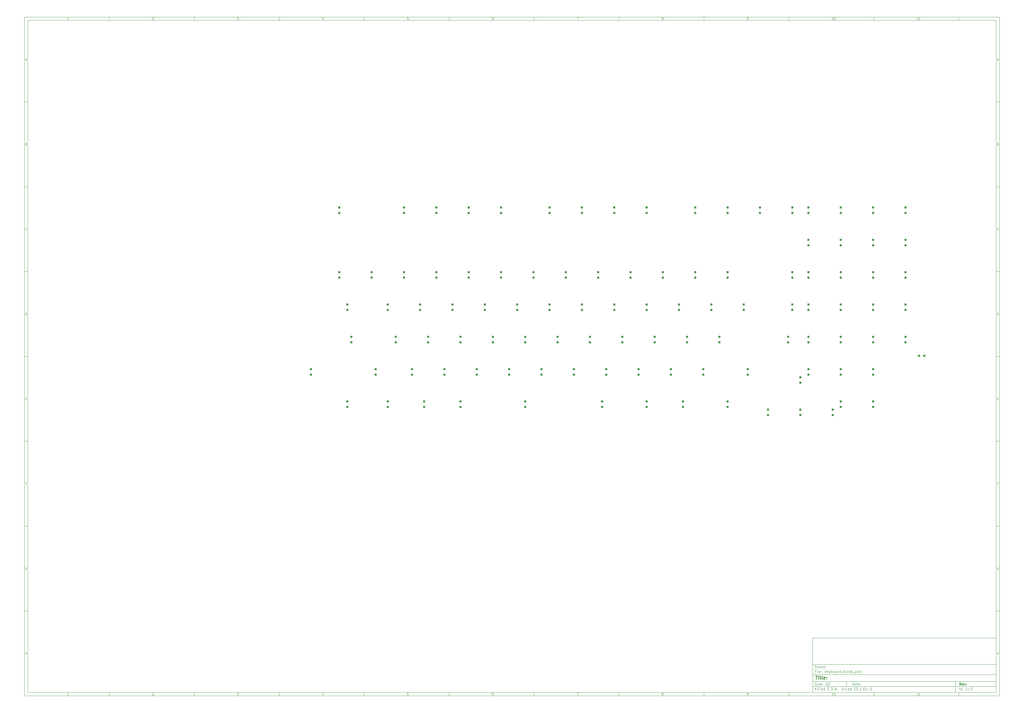
<source format=gbr>
G04 #@! TF.GenerationSoftware,KiCad,Pcbnew,(5.1.6)-1*
G04 #@! TF.CreationDate,2020-10-04T22:42:35-04:00*
G04 #@! TF.ProjectId,keyboard,6b657962-6f61-4726-942e-6b696361645f,rev?*
G04 #@! TF.SameCoordinates,Original*
G04 #@! TF.FileFunction,Paste,Top*
G04 #@! TF.FilePolarity,Positive*
%FSLAX46Y46*%
G04 Gerber Fmt 4.6, Leading zero omitted, Abs format (unit mm)*
G04 Created by KiCad (PCBNEW (5.1.6)-1) date 2020-10-04 22:42:35*
%MOMM*%
%LPD*%
G01*
G04 APERTURE LIST*
%ADD10C,0.100000*%
%ADD11C,0.150000*%
%ADD12C,0.300000*%
%ADD13C,0.400000*%
%ADD14R,1.200000X1.200000*%
G04 APERTURE END LIST*
D10*
D11*
X474004400Y-375989000D02*
X474004400Y-407989000D01*
X582004400Y-407989000D01*
X582004400Y-375989000D01*
X474004400Y-375989000D01*
D10*
D11*
X10000000Y-10000000D02*
X10000000Y-409989000D01*
X584004400Y-409989000D01*
X584004400Y-10000000D01*
X10000000Y-10000000D01*
D10*
D11*
X12000000Y-12000000D02*
X12000000Y-407989000D01*
X582004400Y-407989000D01*
X582004400Y-12000000D01*
X12000000Y-12000000D01*
D10*
D11*
X60000000Y-12000000D02*
X60000000Y-10000000D01*
D10*
D11*
X110000000Y-12000000D02*
X110000000Y-10000000D01*
D10*
D11*
X160000000Y-12000000D02*
X160000000Y-10000000D01*
D10*
D11*
X210000000Y-12000000D02*
X210000000Y-10000000D01*
D10*
D11*
X260000000Y-12000000D02*
X260000000Y-10000000D01*
D10*
D11*
X310000000Y-12000000D02*
X310000000Y-10000000D01*
D10*
D11*
X360000000Y-12000000D02*
X360000000Y-10000000D01*
D10*
D11*
X410000000Y-12000000D02*
X410000000Y-10000000D01*
D10*
D11*
X460000000Y-12000000D02*
X460000000Y-10000000D01*
D10*
D11*
X510000000Y-12000000D02*
X510000000Y-10000000D01*
D10*
D11*
X560000000Y-12000000D02*
X560000000Y-10000000D01*
D10*
D11*
X36065476Y-11588095D02*
X35322619Y-11588095D01*
X35694047Y-11588095D02*
X35694047Y-10288095D01*
X35570238Y-10473809D01*
X35446428Y-10597619D01*
X35322619Y-10659523D01*
D10*
D11*
X85322619Y-10411904D02*
X85384523Y-10350000D01*
X85508333Y-10288095D01*
X85817857Y-10288095D01*
X85941666Y-10350000D01*
X86003571Y-10411904D01*
X86065476Y-10535714D01*
X86065476Y-10659523D01*
X86003571Y-10845238D01*
X85260714Y-11588095D01*
X86065476Y-11588095D01*
D10*
D11*
X135260714Y-10288095D02*
X136065476Y-10288095D01*
X135632142Y-10783333D01*
X135817857Y-10783333D01*
X135941666Y-10845238D01*
X136003571Y-10907142D01*
X136065476Y-11030952D01*
X136065476Y-11340476D01*
X136003571Y-11464285D01*
X135941666Y-11526190D01*
X135817857Y-11588095D01*
X135446428Y-11588095D01*
X135322619Y-11526190D01*
X135260714Y-11464285D01*
D10*
D11*
X185941666Y-10721428D02*
X185941666Y-11588095D01*
X185632142Y-10226190D02*
X185322619Y-11154761D01*
X186127380Y-11154761D01*
D10*
D11*
X236003571Y-10288095D02*
X235384523Y-10288095D01*
X235322619Y-10907142D01*
X235384523Y-10845238D01*
X235508333Y-10783333D01*
X235817857Y-10783333D01*
X235941666Y-10845238D01*
X236003571Y-10907142D01*
X236065476Y-11030952D01*
X236065476Y-11340476D01*
X236003571Y-11464285D01*
X235941666Y-11526190D01*
X235817857Y-11588095D01*
X235508333Y-11588095D01*
X235384523Y-11526190D01*
X235322619Y-11464285D01*
D10*
D11*
X285941666Y-10288095D02*
X285694047Y-10288095D01*
X285570238Y-10350000D01*
X285508333Y-10411904D01*
X285384523Y-10597619D01*
X285322619Y-10845238D01*
X285322619Y-11340476D01*
X285384523Y-11464285D01*
X285446428Y-11526190D01*
X285570238Y-11588095D01*
X285817857Y-11588095D01*
X285941666Y-11526190D01*
X286003571Y-11464285D01*
X286065476Y-11340476D01*
X286065476Y-11030952D01*
X286003571Y-10907142D01*
X285941666Y-10845238D01*
X285817857Y-10783333D01*
X285570238Y-10783333D01*
X285446428Y-10845238D01*
X285384523Y-10907142D01*
X285322619Y-11030952D01*
D10*
D11*
X335260714Y-10288095D02*
X336127380Y-10288095D01*
X335570238Y-11588095D01*
D10*
D11*
X385570238Y-10845238D02*
X385446428Y-10783333D01*
X385384523Y-10721428D01*
X385322619Y-10597619D01*
X385322619Y-10535714D01*
X385384523Y-10411904D01*
X385446428Y-10350000D01*
X385570238Y-10288095D01*
X385817857Y-10288095D01*
X385941666Y-10350000D01*
X386003571Y-10411904D01*
X386065476Y-10535714D01*
X386065476Y-10597619D01*
X386003571Y-10721428D01*
X385941666Y-10783333D01*
X385817857Y-10845238D01*
X385570238Y-10845238D01*
X385446428Y-10907142D01*
X385384523Y-10969047D01*
X385322619Y-11092857D01*
X385322619Y-11340476D01*
X385384523Y-11464285D01*
X385446428Y-11526190D01*
X385570238Y-11588095D01*
X385817857Y-11588095D01*
X385941666Y-11526190D01*
X386003571Y-11464285D01*
X386065476Y-11340476D01*
X386065476Y-11092857D01*
X386003571Y-10969047D01*
X385941666Y-10907142D01*
X385817857Y-10845238D01*
D10*
D11*
X435446428Y-11588095D02*
X435694047Y-11588095D01*
X435817857Y-11526190D01*
X435879761Y-11464285D01*
X436003571Y-11278571D01*
X436065476Y-11030952D01*
X436065476Y-10535714D01*
X436003571Y-10411904D01*
X435941666Y-10350000D01*
X435817857Y-10288095D01*
X435570238Y-10288095D01*
X435446428Y-10350000D01*
X435384523Y-10411904D01*
X435322619Y-10535714D01*
X435322619Y-10845238D01*
X435384523Y-10969047D01*
X435446428Y-11030952D01*
X435570238Y-11092857D01*
X435817857Y-11092857D01*
X435941666Y-11030952D01*
X436003571Y-10969047D01*
X436065476Y-10845238D01*
D10*
D11*
X486065476Y-11588095D02*
X485322619Y-11588095D01*
X485694047Y-11588095D02*
X485694047Y-10288095D01*
X485570238Y-10473809D01*
X485446428Y-10597619D01*
X485322619Y-10659523D01*
X486870238Y-10288095D02*
X486994047Y-10288095D01*
X487117857Y-10350000D01*
X487179761Y-10411904D01*
X487241666Y-10535714D01*
X487303571Y-10783333D01*
X487303571Y-11092857D01*
X487241666Y-11340476D01*
X487179761Y-11464285D01*
X487117857Y-11526190D01*
X486994047Y-11588095D01*
X486870238Y-11588095D01*
X486746428Y-11526190D01*
X486684523Y-11464285D01*
X486622619Y-11340476D01*
X486560714Y-11092857D01*
X486560714Y-10783333D01*
X486622619Y-10535714D01*
X486684523Y-10411904D01*
X486746428Y-10350000D01*
X486870238Y-10288095D01*
D10*
D11*
X536065476Y-11588095D02*
X535322619Y-11588095D01*
X535694047Y-11588095D02*
X535694047Y-10288095D01*
X535570238Y-10473809D01*
X535446428Y-10597619D01*
X535322619Y-10659523D01*
X537303571Y-11588095D02*
X536560714Y-11588095D01*
X536932142Y-11588095D02*
X536932142Y-10288095D01*
X536808333Y-10473809D01*
X536684523Y-10597619D01*
X536560714Y-10659523D01*
D10*
D11*
X60000000Y-407989000D02*
X60000000Y-409989000D01*
D10*
D11*
X110000000Y-407989000D02*
X110000000Y-409989000D01*
D10*
D11*
X160000000Y-407989000D02*
X160000000Y-409989000D01*
D10*
D11*
X210000000Y-407989000D02*
X210000000Y-409989000D01*
D10*
D11*
X260000000Y-407989000D02*
X260000000Y-409989000D01*
D10*
D11*
X310000000Y-407989000D02*
X310000000Y-409989000D01*
D10*
D11*
X360000000Y-407989000D02*
X360000000Y-409989000D01*
D10*
D11*
X410000000Y-407989000D02*
X410000000Y-409989000D01*
D10*
D11*
X460000000Y-407989000D02*
X460000000Y-409989000D01*
D10*
D11*
X510000000Y-407989000D02*
X510000000Y-409989000D01*
D10*
D11*
X560000000Y-407989000D02*
X560000000Y-409989000D01*
D10*
D11*
X36065476Y-409577095D02*
X35322619Y-409577095D01*
X35694047Y-409577095D02*
X35694047Y-408277095D01*
X35570238Y-408462809D01*
X35446428Y-408586619D01*
X35322619Y-408648523D01*
D10*
D11*
X85322619Y-408400904D02*
X85384523Y-408339000D01*
X85508333Y-408277095D01*
X85817857Y-408277095D01*
X85941666Y-408339000D01*
X86003571Y-408400904D01*
X86065476Y-408524714D01*
X86065476Y-408648523D01*
X86003571Y-408834238D01*
X85260714Y-409577095D01*
X86065476Y-409577095D01*
D10*
D11*
X135260714Y-408277095D02*
X136065476Y-408277095D01*
X135632142Y-408772333D01*
X135817857Y-408772333D01*
X135941666Y-408834238D01*
X136003571Y-408896142D01*
X136065476Y-409019952D01*
X136065476Y-409329476D01*
X136003571Y-409453285D01*
X135941666Y-409515190D01*
X135817857Y-409577095D01*
X135446428Y-409577095D01*
X135322619Y-409515190D01*
X135260714Y-409453285D01*
D10*
D11*
X185941666Y-408710428D02*
X185941666Y-409577095D01*
X185632142Y-408215190D02*
X185322619Y-409143761D01*
X186127380Y-409143761D01*
D10*
D11*
X236003571Y-408277095D02*
X235384523Y-408277095D01*
X235322619Y-408896142D01*
X235384523Y-408834238D01*
X235508333Y-408772333D01*
X235817857Y-408772333D01*
X235941666Y-408834238D01*
X236003571Y-408896142D01*
X236065476Y-409019952D01*
X236065476Y-409329476D01*
X236003571Y-409453285D01*
X235941666Y-409515190D01*
X235817857Y-409577095D01*
X235508333Y-409577095D01*
X235384523Y-409515190D01*
X235322619Y-409453285D01*
D10*
D11*
X285941666Y-408277095D02*
X285694047Y-408277095D01*
X285570238Y-408339000D01*
X285508333Y-408400904D01*
X285384523Y-408586619D01*
X285322619Y-408834238D01*
X285322619Y-409329476D01*
X285384523Y-409453285D01*
X285446428Y-409515190D01*
X285570238Y-409577095D01*
X285817857Y-409577095D01*
X285941666Y-409515190D01*
X286003571Y-409453285D01*
X286065476Y-409329476D01*
X286065476Y-409019952D01*
X286003571Y-408896142D01*
X285941666Y-408834238D01*
X285817857Y-408772333D01*
X285570238Y-408772333D01*
X285446428Y-408834238D01*
X285384523Y-408896142D01*
X285322619Y-409019952D01*
D10*
D11*
X335260714Y-408277095D02*
X336127380Y-408277095D01*
X335570238Y-409577095D01*
D10*
D11*
X385570238Y-408834238D02*
X385446428Y-408772333D01*
X385384523Y-408710428D01*
X385322619Y-408586619D01*
X385322619Y-408524714D01*
X385384523Y-408400904D01*
X385446428Y-408339000D01*
X385570238Y-408277095D01*
X385817857Y-408277095D01*
X385941666Y-408339000D01*
X386003571Y-408400904D01*
X386065476Y-408524714D01*
X386065476Y-408586619D01*
X386003571Y-408710428D01*
X385941666Y-408772333D01*
X385817857Y-408834238D01*
X385570238Y-408834238D01*
X385446428Y-408896142D01*
X385384523Y-408958047D01*
X385322619Y-409081857D01*
X385322619Y-409329476D01*
X385384523Y-409453285D01*
X385446428Y-409515190D01*
X385570238Y-409577095D01*
X385817857Y-409577095D01*
X385941666Y-409515190D01*
X386003571Y-409453285D01*
X386065476Y-409329476D01*
X386065476Y-409081857D01*
X386003571Y-408958047D01*
X385941666Y-408896142D01*
X385817857Y-408834238D01*
D10*
D11*
X435446428Y-409577095D02*
X435694047Y-409577095D01*
X435817857Y-409515190D01*
X435879761Y-409453285D01*
X436003571Y-409267571D01*
X436065476Y-409019952D01*
X436065476Y-408524714D01*
X436003571Y-408400904D01*
X435941666Y-408339000D01*
X435817857Y-408277095D01*
X435570238Y-408277095D01*
X435446428Y-408339000D01*
X435384523Y-408400904D01*
X435322619Y-408524714D01*
X435322619Y-408834238D01*
X435384523Y-408958047D01*
X435446428Y-409019952D01*
X435570238Y-409081857D01*
X435817857Y-409081857D01*
X435941666Y-409019952D01*
X436003571Y-408958047D01*
X436065476Y-408834238D01*
D10*
D11*
X486065476Y-409577095D02*
X485322619Y-409577095D01*
X485694047Y-409577095D02*
X485694047Y-408277095D01*
X485570238Y-408462809D01*
X485446428Y-408586619D01*
X485322619Y-408648523D01*
X486870238Y-408277095D02*
X486994047Y-408277095D01*
X487117857Y-408339000D01*
X487179761Y-408400904D01*
X487241666Y-408524714D01*
X487303571Y-408772333D01*
X487303571Y-409081857D01*
X487241666Y-409329476D01*
X487179761Y-409453285D01*
X487117857Y-409515190D01*
X486994047Y-409577095D01*
X486870238Y-409577095D01*
X486746428Y-409515190D01*
X486684523Y-409453285D01*
X486622619Y-409329476D01*
X486560714Y-409081857D01*
X486560714Y-408772333D01*
X486622619Y-408524714D01*
X486684523Y-408400904D01*
X486746428Y-408339000D01*
X486870238Y-408277095D01*
D10*
D11*
X536065476Y-409577095D02*
X535322619Y-409577095D01*
X535694047Y-409577095D02*
X535694047Y-408277095D01*
X535570238Y-408462809D01*
X535446428Y-408586619D01*
X535322619Y-408648523D01*
X537303571Y-409577095D02*
X536560714Y-409577095D01*
X536932142Y-409577095D02*
X536932142Y-408277095D01*
X536808333Y-408462809D01*
X536684523Y-408586619D01*
X536560714Y-408648523D01*
D10*
D11*
X10000000Y-60000000D02*
X12000000Y-60000000D01*
D10*
D11*
X10000000Y-110000000D02*
X12000000Y-110000000D01*
D10*
D11*
X10000000Y-160000000D02*
X12000000Y-160000000D01*
D10*
D11*
X10000000Y-210000000D02*
X12000000Y-210000000D01*
D10*
D11*
X10000000Y-260000000D02*
X12000000Y-260000000D01*
D10*
D11*
X10000000Y-310000000D02*
X12000000Y-310000000D01*
D10*
D11*
X10000000Y-360000000D02*
X12000000Y-360000000D01*
D10*
D11*
X10690476Y-35216666D02*
X11309523Y-35216666D01*
X10566666Y-35588095D02*
X11000000Y-34288095D01*
X11433333Y-35588095D01*
D10*
D11*
X11092857Y-84907142D02*
X11278571Y-84969047D01*
X11340476Y-85030952D01*
X11402380Y-85154761D01*
X11402380Y-85340476D01*
X11340476Y-85464285D01*
X11278571Y-85526190D01*
X11154761Y-85588095D01*
X10659523Y-85588095D01*
X10659523Y-84288095D01*
X11092857Y-84288095D01*
X11216666Y-84350000D01*
X11278571Y-84411904D01*
X11340476Y-84535714D01*
X11340476Y-84659523D01*
X11278571Y-84783333D01*
X11216666Y-84845238D01*
X11092857Y-84907142D01*
X10659523Y-84907142D01*
D10*
D11*
X11402380Y-135464285D02*
X11340476Y-135526190D01*
X11154761Y-135588095D01*
X11030952Y-135588095D01*
X10845238Y-135526190D01*
X10721428Y-135402380D01*
X10659523Y-135278571D01*
X10597619Y-135030952D01*
X10597619Y-134845238D01*
X10659523Y-134597619D01*
X10721428Y-134473809D01*
X10845238Y-134350000D01*
X11030952Y-134288095D01*
X11154761Y-134288095D01*
X11340476Y-134350000D01*
X11402380Y-134411904D01*
D10*
D11*
X10659523Y-185588095D02*
X10659523Y-184288095D01*
X10969047Y-184288095D01*
X11154761Y-184350000D01*
X11278571Y-184473809D01*
X11340476Y-184597619D01*
X11402380Y-184845238D01*
X11402380Y-185030952D01*
X11340476Y-185278571D01*
X11278571Y-185402380D01*
X11154761Y-185526190D01*
X10969047Y-185588095D01*
X10659523Y-185588095D01*
D10*
D11*
X10721428Y-234907142D02*
X11154761Y-234907142D01*
X11340476Y-235588095D02*
X10721428Y-235588095D01*
X10721428Y-234288095D01*
X11340476Y-234288095D01*
D10*
D11*
X11185714Y-284907142D02*
X10752380Y-284907142D01*
X10752380Y-285588095D02*
X10752380Y-284288095D01*
X11371428Y-284288095D01*
D10*
D11*
X11340476Y-334350000D02*
X11216666Y-334288095D01*
X11030952Y-334288095D01*
X10845238Y-334350000D01*
X10721428Y-334473809D01*
X10659523Y-334597619D01*
X10597619Y-334845238D01*
X10597619Y-335030952D01*
X10659523Y-335278571D01*
X10721428Y-335402380D01*
X10845238Y-335526190D01*
X11030952Y-335588095D01*
X11154761Y-335588095D01*
X11340476Y-335526190D01*
X11402380Y-335464285D01*
X11402380Y-335030952D01*
X11154761Y-335030952D01*
D10*
D11*
X10628571Y-385588095D02*
X10628571Y-384288095D01*
X10628571Y-384907142D02*
X11371428Y-384907142D01*
X11371428Y-385588095D02*
X11371428Y-384288095D01*
D10*
D11*
X584004400Y-60000000D02*
X582004400Y-60000000D01*
D10*
D11*
X584004400Y-110000000D02*
X582004400Y-110000000D01*
D10*
D11*
X584004400Y-160000000D02*
X582004400Y-160000000D01*
D10*
D11*
X584004400Y-210000000D02*
X582004400Y-210000000D01*
D10*
D11*
X584004400Y-260000000D02*
X582004400Y-260000000D01*
D10*
D11*
X584004400Y-310000000D02*
X582004400Y-310000000D01*
D10*
D11*
X584004400Y-360000000D02*
X582004400Y-360000000D01*
D10*
D11*
X582694876Y-35216666D02*
X583313923Y-35216666D01*
X582571066Y-35588095D02*
X583004400Y-34288095D01*
X583437733Y-35588095D01*
D10*
D11*
X583097257Y-84907142D02*
X583282971Y-84969047D01*
X583344876Y-85030952D01*
X583406780Y-85154761D01*
X583406780Y-85340476D01*
X583344876Y-85464285D01*
X583282971Y-85526190D01*
X583159161Y-85588095D01*
X582663923Y-85588095D01*
X582663923Y-84288095D01*
X583097257Y-84288095D01*
X583221066Y-84350000D01*
X583282971Y-84411904D01*
X583344876Y-84535714D01*
X583344876Y-84659523D01*
X583282971Y-84783333D01*
X583221066Y-84845238D01*
X583097257Y-84907142D01*
X582663923Y-84907142D01*
D10*
D11*
X583406780Y-135464285D02*
X583344876Y-135526190D01*
X583159161Y-135588095D01*
X583035352Y-135588095D01*
X582849638Y-135526190D01*
X582725828Y-135402380D01*
X582663923Y-135278571D01*
X582602019Y-135030952D01*
X582602019Y-134845238D01*
X582663923Y-134597619D01*
X582725828Y-134473809D01*
X582849638Y-134350000D01*
X583035352Y-134288095D01*
X583159161Y-134288095D01*
X583344876Y-134350000D01*
X583406780Y-134411904D01*
D10*
D11*
X582663923Y-185588095D02*
X582663923Y-184288095D01*
X582973447Y-184288095D01*
X583159161Y-184350000D01*
X583282971Y-184473809D01*
X583344876Y-184597619D01*
X583406780Y-184845238D01*
X583406780Y-185030952D01*
X583344876Y-185278571D01*
X583282971Y-185402380D01*
X583159161Y-185526190D01*
X582973447Y-185588095D01*
X582663923Y-185588095D01*
D10*
D11*
X582725828Y-234907142D02*
X583159161Y-234907142D01*
X583344876Y-235588095D02*
X582725828Y-235588095D01*
X582725828Y-234288095D01*
X583344876Y-234288095D01*
D10*
D11*
X583190114Y-284907142D02*
X582756780Y-284907142D01*
X582756780Y-285588095D02*
X582756780Y-284288095D01*
X583375828Y-284288095D01*
D10*
D11*
X583344876Y-334350000D02*
X583221066Y-334288095D01*
X583035352Y-334288095D01*
X582849638Y-334350000D01*
X582725828Y-334473809D01*
X582663923Y-334597619D01*
X582602019Y-334845238D01*
X582602019Y-335030952D01*
X582663923Y-335278571D01*
X582725828Y-335402380D01*
X582849638Y-335526190D01*
X583035352Y-335588095D01*
X583159161Y-335588095D01*
X583344876Y-335526190D01*
X583406780Y-335464285D01*
X583406780Y-335030952D01*
X583159161Y-335030952D01*
D10*
D11*
X582632971Y-385588095D02*
X582632971Y-384288095D01*
X582632971Y-384907142D02*
X583375828Y-384907142D01*
X583375828Y-385588095D02*
X583375828Y-384288095D01*
D10*
D11*
X497436542Y-403767571D02*
X497436542Y-402267571D01*
X497793685Y-402267571D01*
X498007971Y-402339000D01*
X498150828Y-402481857D01*
X498222257Y-402624714D01*
X498293685Y-402910428D01*
X498293685Y-403124714D01*
X498222257Y-403410428D01*
X498150828Y-403553285D01*
X498007971Y-403696142D01*
X497793685Y-403767571D01*
X497436542Y-403767571D01*
X499579400Y-403767571D02*
X499579400Y-402981857D01*
X499507971Y-402839000D01*
X499365114Y-402767571D01*
X499079400Y-402767571D01*
X498936542Y-402839000D01*
X499579400Y-403696142D02*
X499436542Y-403767571D01*
X499079400Y-403767571D01*
X498936542Y-403696142D01*
X498865114Y-403553285D01*
X498865114Y-403410428D01*
X498936542Y-403267571D01*
X499079400Y-403196142D01*
X499436542Y-403196142D01*
X499579400Y-403124714D01*
X500079400Y-402767571D02*
X500650828Y-402767571D01*
X500293685Y-402267571D02*
X500293685Y-403553285D01*
X500365114Y-403696142D01*
X500507971Y-403767571D01*
X500650828Y-403767571D01*
X501722257Y-403696142D02*
X501579400Y-403767571D01*
X501293685Y-403767571D01*
X501150828Y-403696142D01*
X501079400Y-403553285D01*
X501079400Y-402981857D01*
X501150828Y-402839000D01*
X501293685Y-402767571D01*
X501579400Y-402767571D01*
X501722257Y-402839000D01*
X501793685Y-402981857D01*
X501793685Y-403124714D01*
X501079400Y-403267571D01*
X502436542Y-403624714D02*
X502507971Y-403696142D01*
X502436542Y-403767571D01*
X502365114Y-403696142D01*
X502436542Y-403624714D01*
X502436542Y-403767571D01*
X502436542Y-402839000D02*
X502507971Y-402910428D01*
X502436542Y-402981857D01*
X502365114Y-402910428D01*
X502436542Y-402839000D01*
X502436542Y-402981857D01*
D10*
D11*
X474004400Y-404489000D02*
X582004400Y-404489000D01*
D10*
D11*
X475436542Y-406567571D02*
X475436542Y-405067571D01*
X476293685Y-406567571D02*
X475650828Y-405710428D01*
X476293685Y-405067571D02*
X475436542Y-405924714D01*
X476936542Y-406567571D02*
X476936542Y-405567571D01*
X476936542Y-405067571D02*
X476865114Y-405139000D01*
X476936542Y-405210428D01*
X477007971Y-405139000D01*
X476936542Y-405067571D01*
X476936542Y-405210428D01*
X478507971Y-406424714D02*
X478436542Y-406496142D01*
X478222257Y-406567571D01*
X478079400Y-406567571D01*
X477865114Y-406496142D01*
X477722257Y-406353285D01*
X477650828Y-406210428D01*
X477579400Y-405924714D01*
X477579400Y-405710428D01*
X477650828Y-405424714D01*
X477722257Y-405281857D01*
X477865114Y-405139000D01*
X478079400Y-405067571D01*
X478222257Y-405067571D01*
X478436542Y-405139000D01*
X478507971Y-405210428D01*
X479793685Y-406567571D02*
X479793685Y-405781857D01*
X479722257Y-405639000D01*
X479579400Y-405567571D01*
X479293685Y-405567571D01*
X479150828Y-405639000D01*
X479793685Y-406496142D02*
X479650828Y-406567571D01*
X479293685Y-406567571D01*
X479150828Y-406496142D01*
X479079400Y-406353285D01*
X479079400Y-406210428D01*
X479150828Y-406067571D01*
X479293685Y-405996142D01*
X479650828Y-405996142D01*
X479793685Y-405924714D01*
X481150828Y-406567571D02*
X481150828Y-405067571D01*
X481150828Y-406496142D02*
X481007971Y-406567571D01*
X480722257Y-406567571D01*
X480579400Y-406496142D01*
X480507971Y-406424714D01*
X480436542Y-406281857D01*
X480436542Y-405853285D01*
X480507971Y-405710428D01*
X480579400Y-405639000D01*
X480722257Y-405567571D01*
X481007971Y-405567571D01*
X481150828Y-405639000D01*
X483007971Y-405781857D02*
X483507971Y-405781857D01*
X483722257Y-406567571D02*
X483007971Y-406567571D01*
X483007971Y-405067571D01*
X483722257Y-405067571D01*
X484365114Y-406424714D02*
X484436542Y-406496142D01*
X484365114Y-406567571D01*
X484293685Y-406496142D01*
X484365114Y-406424714D01*
X484365114Y-406567571D01*
X485079400Y-406567571D02*
X485079400Y-405067571D01*
X485436542Y-405067571D01*
X485650828Y-405139000D01*
X485793685Y-405281857D01*
X485865114Y-405424714D01*
X485936542Y-405710428D01*
X485936542Y-405924714D01*
X485865114Y-406210428D01*
X485793685Y-406353285D01*
X485650828Y-406496142D01*
X485436542Y-406567571D01*
X485079400Y-406567571D01*
X486579400Y-406424714D02*
X486650828Y-406496142D01*
X486579400Y-406567571D01*
X486507971Y-406496142D01*
X486579400Y-406424714D01*
X486579400Y-406567571D01*
X487222257Y-406139000D02*
X487936542Y-406139000D01*
X487079400Y-406567571D02*
X487579400Y-405067571D01*
X488079400Y-406567571D01*
X488579400Y-406424714D02*
X488650828Y-406496142D01*
X488579400Y-406567571D01*
X488507971Y-406496142D01*
X488579400Y-406424714D01*
X488579400Y-406567571D01*
X491579400Y-406567571D02*
X491579400Y-405067571D01*
X491722257Y-405996142D02*
X492150828Y-406567571D01*
X492150828Y-405567571D02*
X491579400Y-406139000D01*
X492793685Y-406567571D02*
X492793685Y-405567571D01*
X492793685Y-405067571D02*
X492722257Y-405139000D01*
X492793685Y-405210428D01*
X492865114Y-405139000D01*
X492793685Y-405067571D01*
X492793685Y-405210428D01*
X494150828Y-406496142D02*
X494007971Y-406567571D01*
X493722257Y-406567571D01*
X493579400Y-406496142D01*
X493507971Y-406424714D01*
X493436542Y-406281857D01*
X493436542Y-405853285D01*
X493507971Y-405710428D01*
X493579400Y-405639000D01*
X493722257Y-405567571D01*
X494007971Y-405567571D01*
X494150828Y-405639000D01*
X495436542Y-406567571D02*
X495436542Y-405781857D01*
X495365114Y-405639000D01*
X495222257Y-405567571D01*
X494936542Y-405567571D01*
X494793685Y-405639000D01*
X495436542Y-406496142D02*
X495293685Y-406567571D01*
X494936542Y-406567571D01*
X494793685Y-406496142D01*
X494722257Y-406353285D01*
X494722257Y-406210428D01*
X494793685Y-406067571D01*
X494936542Y-405996142D01*
X495293685Y-405996142D01*
X495436542Y-405924714D01*
X496793685Y-406567571D02*
X496793685Y-405067571D01*
X496793685Y-406496142D02*
X496650828Y-406567571D01*
X496365114Y-406567571D01*
X496222257Y-406496142D01*
X496150828Y-406424714D01*
X496079400Y-406281857D01*
X496079400Y-405853285D01*
X496150828Y-405710428D01*
X496222257Y-405639000D01*
X496365114Y-405567571D01*
X496650828Y-405567571D01*
X496793685Y-405639000D01*
X499079400Y-407139000D02*
X499007971Y-407067571D01*
X498865114Y-406853285D01*
X498793685Y-406710428D01*
X498722257Y-406496142D01*
X498650828Y-406139000D01*
X498650828Y-405853285D01*
X498722257Y-405496142D01*
X498793685Y-405281857D01*
X498865114Y-405139000D01*
X499007971Y-404924714D01*
X499079400Y-404853285D01*
X500365114Y-405067571D02*
X499650828Y-405067571D01*
X499579400Y-405781857D01*
X499650828Y-405710428D01*
X499793685Y-405639000D01*
X500150828Y-405639000D01*
X500293685Y-405710428D01*
X500365114Y-405781857D01*
X500436542Y-405924714D01*
X500436542Y-406281857D01*
X500365114Y-406424714D01*
X500293685Y-406496142D01*
X500150828Y-406567571D01*
X499793685Y-406567571D01*
X499650828Y-406496142D01*
X499579400Y-406424714D01*
X501079400Y-406424714D02*
X501150828Y-406496142D01*
X501079400Y-406567571D01*
X501007971Y-406496142D01*
X501079400Y-406424714D01*
X501079400Y-406567571D01*
X502579400Y-406567571D02*
X501722257Y-406567571D01*
X502150828Y-406567571D02*
X502150828Y-405067571D01*
X502007971Y-405281857D01*
X501865114Y-405424714D01*
X501722257Y-405496142D01*
X503222257Y-406424714D02*
X503293685Y-406496142D01*
X503222257Y-406567571D01*
X503150828Y-406496142D01*
X503222257Y-406424714D01*
X503222257Y-406567571D01*
X504579400Y-405067571D02*
X504293685Y-405067571D01*
X504150828Y-405139000D01*
X504079400Y-405210428D01*
X503936542Y-405424714D01*
X503865114Y-405710428D01*
X503865114Y-406281857D01*
X503936542Y-406424714D01*
X504007971Y-406496142D01*
X504150828Y-406567571D01*
X504436542Y-406567571D01*
X504579400Y-406496142D01*
X504650828Y-406424714D01*
X504722257Y-406281857D01*
X504722257Y-405924714D01*
X504650828Y-405781857D01*
X504579400Y-405710428D01*
X504436542Y-405639000D01*
X504150828Y-405639000D01*
X504007971Y-405710428D01*
X503936542Y-405781857D01*
X503865114Y-405924714D01*
X505222257Y-407139000D02*
X505293685Y-407067571D01*
X505436542Y-406853285D01*
X505507971Y-406710428D01*
X505579400Y-406496142D01*
X505650828Y-406139000D01*
X505650828Y-405853285D01*
X505579400Y-405496142D01*
X505507971Y-405281857D01*
X505436542Y-405139000D01*
X505293685Y-404924714D01*
X505222257Y-404853285D01*
X506365114Y-405996142D02*
X507507971Y-405996142D01*
X509007971Y-406567571D02*
X508150828Y-406567571D01*
X508579400Y-406567571D02*
X508579400Y-405067571D01*
X508436542Y-405281857D01*
X508293685Y-405424714D01*
X508150828Y-405496142D01*
D10*
D11*
X474004400Y-401489000D02*
X582004400Y-401489000D01*
D10*
D12*
X561413685Y-403767571D02*
X560913685Y-403053285D01*
X560556542Y-403767571D02*
X560556542Y-402267571D01*
X561127971Y-402267571D01*
X561270828Y-402339000D01*
X561342257Y-402410428D01*
X561413685Y-402553285D01*
X561413685Y-402767571D01*
X561342257Y-402910428D01*
X561270828Y-402981857D01*
X561127971Y-403053285D01*
X560556542Y-403053285D01*
X562627971Y-403696142D02*
X562485114Y-403767571D01*
X562199400Y-403767571D01*
X562056542Y-403696142D01*
X561985114Y-403553285D01*
X561985114Y-402981857D01*
X562056542Y-402839000D01*
X562199400Y-402767571D01*
X562485114Y-402767571D01*
X562627971Y-402839000D01*
X562699400Y-402981857D01*
X562699400Y-403124714D01*
X561985114Y-403267571D01*
X563199400Y-402767571D02*
X563556542Y-403767571D01*
X563913685Y-402767571D01*
X564485114Y-403624714D02*
X564556542Y-403696142D01*
X564485114Y-403767571D01*
X564413685Y-403696142D01*
X564485114Y-403624714D01*
X564485114Y-403767571D01*
X564485114Y-402839000D02*
X564556542Y-402910428D01*
X564485114Y-402981857D01*
X564413685Y-402910428D01*
X564485114Y-402839000D01*
X564485114Y-402981857D01*
D10*
D11*
X475365114Y-403696142D02*
X475579400Y-403767571D01*
X475936542Y-403767571D01*
X476079400Y-403696142D01*
X476150828Y-403624714D01*
X476222257Y-403481857D01*
X476222257Y-403339000D01*
X476150828Y-403196142D01*
X476079400Y-403124714D01*
X475936542Y-403053285D01*
X475650828Y-402981857D01*
X475507971Y-402910428D01*
X475436542Y-402839000D01*
X475365114Y-402696142D01*
X475365114Y-402553285D01*
X475436542Y-402410428D01*
X475507971Y-402339000D01*
X475650828Y-402267571D01*
X476007971Y-402267571D01*
X476222257Y-402339000D01*
X476865114Y-403767571D02*
X476865114Y-402767571D01*
X476865114Y-402267571D02*
X476793685Y-402339000D01*
X476865114Y-402410428D01*
X476936542Y-402339000D01*
X476865114Y-402267571D01*
X476865114Y-402410428D01*
X477436542Y-402767571D02*
X478222257Y-402767571D01*
X477436542Y-403767571D01*
X478222257Y-403767571D01*
X479365114Y-403696142D02*
X479222257Y-403767571D01*
X478936542Y-403767571D01*
X478793685Y-403696142D01*
X478722257Y-403553285D01*
X478722257Y-402981857D01*
X478793685Y-402839000D01*
X478936542Y-402767571D01*
X479222257Y-402767571D01*
X479365114Y-402839000D01*
X479436542Y-402981857D01*
X479436542Y-403124714D01*
X478722257Y-403267571D01*
X480079400Y-403624714D02*
X480150828Y-403696142D01*
X480079400Y-403767571D01*
X480007971Y-403696142D01*
X480079400Y-403624714D01*
X480079400Y-403767571D01*
X480079400Y-402839000D02*
X480150828Y-402910428D01*
X480079400Y-402981857D01*
X480007971Y-402910428D01*
X480079400Y-402839000D01*
X480079400Y-402981857D01*
X481865114Y-403339000D02*
X482579400Y-403339000D01*
X481722257Y-403767571D02*
X482222257Y-402267571D01*
X482722257Y-403767571D01*
X483150828Y-402410428D02*
X483222257Y-402339000D01*
X483365114Y-402267571D01*
X483722257Y-402267571D01*
X483865114Y-402339000D01*
X483936542Y-402410428D01*
X484007971Y-402553285D01*
X484007971Y-402696142D01*
X483936542Y-402910428D01*
X483079400Y-403767571D01*
X484007971Y-403767571D01*
D10*
D11*
X560436542Y-406567571D02*
X560436542Y-405067571D01*
X561793685Y-406567571D02*
X561793685Y-405067571D01*
X561793685Y-406496142D02*
X561650828Y-406567571D01*
X561365114Y-406567571D01*
X561222257Y-406496142D01*
X561150828Y-406424714D01*
X561079400Y-406281857D01*
X561079400Y-405853285D01*
X561150828Y-405710428D01*
X561222257Y-405639000D01*
X561365114Y-405567571D01*
X561650828Y-405567571D01*
X561793685Y-405639000D01*
X562507971Y-406424714D02*
X562579400Y-406496142D01*
X562507971Y-406567571D01*
X562436542Y-406496142D01*
X562507971Y-406424714D01*
X562507971Y-406567571D01*
X562507971Y-405639000D02*
X562579400Y-405710428D01*
X562507971Y-405781857D01*
X562436542Y-405710428D01*
X562507971Y-405639000D01*
X562507971Y-405781857D01*
X565150828Y-406567571D02*
X564293685Y-406567571D01*
X564722257Y-406567571D02*
X564722257Y-405067571D01*
X564579400Y-405281857D01*
X564436542Y-405424714D01*
X564293685Y-405496142D01*
X566865114Y-404996142D02*
X565579400Y-406924714D01*
X568150828Y-406567571D02*
X567293685Y-406567571D01*
X567722257Y-406567571D02*
X567722257Y-405067571D01*
X567579400Y-405281857D01*
X567436542Y-405424714D01*
X567293685Y-405496142D01*
D10*
D11*
X474004400Y-397489000D02*
X582004400Y-397489000D01*
D10*
D13*
X475716780Y-398193761D02*
X476859638Y-398193761D01*
X476038209Y-400193761D02*
X476288209Y-398193761D01*
X477276304Y-400193761D02*
X477442971Y-398860428D01*
X477526304Y-398193761D02*
X477419161Y-398289000D01*
X477502495Y-398384238D01*
X477609638Y-398289000D01*
X477526304Y-398193761D01*
X477502495Y-398384238D01*
X478109638Y-398860428D02*
X478871542Y-398860428D01*
X478478685Y-398193761D02*
X478264400Y-399908047D01*
X478335828Y-400098523D01*
X478514400Y-400193761D01*
X478704876Y-400193761D01*
X479657257Y-400193761D02*
X479478685Y-400098523D01*
X479407257Y-399908047D01*
X479621542Y-398193761D01*
X481192971Y-400098523D02*
X480990590Y-400193761D01*
X480609638Y-400193761D01*
X480431066Y-400098523D01*
X480359638Y-399908047D01*
X480454876Y-399146142D01*
X480573923Y-398955666D01*
X480776304Y-398860428D01*
X481157257Y-398860428D01*
X481335828Y-398955666D01*
X481407257Y-399146142D01*
X481383447Y-399336619D01*
X480407257Y-399527095D01*
X482157257Y-400003285D02*
X482240590Y-400098523D01*
X482133447Y-400193761D01*
X482050114Y-400098523D01*
X482157257Y-400003285D01*
X482133447Y-400193761D01*
X482288209Y-398955666D02*
X482371542Y-399050904D01*
X482264400Y-399146142D01*
X482181066Y-399050904D01*
X482288209Y-398955666D01*
X482264400Y-399146142D01*
D10*
D11*
X475936542Y-395581857D02*
X475436542Y-395581857D01*
X475436542Y-396367571D02*
X475436542Y-394867571D01*
X476150828Y-394867571D01*
X476722257Y-396367571D02*
X476722257Y-395367571D01*
X476722257Y-394867571D02*
X476650828Y-394939000D01*
X476722257Y-395010428D01*
X476793685Y-394939000D01*
X476722257Y-394867571D01*
X476722257Y-395010428D01*
X477650828Y-396367571D02*
X477507971Y-396296142D01*
X477436542Y-396153285D01*
X477436542Y-394867571D01*
X478793685Y-396296142D02*
X478650828Y-396367571D01*
X478365114Y-396367571D01*
X478222257Y-396296142D01*
X478150828Y-396153285D01*
X478150828Y-395581857D01*
X478222257Y-395439000D01*
X478365114Y-395367571D01*
X478650828Y-395367571D01*
X478793685Y-395439000D01*
X478865114Y-395581857D01*
X478865114Y-395724714D01*
X478150828Y-395867571D01*
X479507971Y-396224714D02*
X479579400Y-396296142D01*
X479507971Y-396367571D01*
X479436542Y-396296142D01*
X479507971Y-396224714D01*
X479507971Y-396367571D01*
X479507971Y-395439000D02*
X479579400Y-395510428D01*
X479507971Y-395581857D01*
X479436542Y-395510428D01*
X479507971Y-395439000D01*
X479507971Y-395581857D01*
X481365114Y-396367571D02*
X481365114Y-394867571D01*
X481507971Y-395796142D02*
X481936542Y-396367571D01*
X481936542Y-395367571D02*
X481365114Y-395939000D01*
X483150828Y-396296142D02*
X483007971Y-396367571D01*
X482722257Y-396367571D01*
X482579400Y-396296142D01*
X482507971Y-396153285D01*
X482507971Y-395581857D01*
X482579400Y-395439000D01*
X482722257Y-395367571D01*
X483007971Y-395367571D01*
X483150828Y-395439000D01*
X483222257Y-395581857D01*
X483222257Y-395724714D01*
X482507971Y-395867571D01*
X483722257Y-395367571D02*
X484079400Y-396367571D01*
X484436542Y-395367571D02*
X484079400Y-396367571D01*
X483936542Y-396724714D01*
X483865114Y-396796142D01*
X483722257Y-396867571D01*
X485007971Y-396367571D02*
X485007971Y-394867571D01*
X485007971Y-395439000D02*
X485150828Y-395367571D01*
X485436542Y-395367571D01*
X485579400Y-395439000D01*
X485650828Y-395510428D01*
X485722257Y-395653285D01*
X485722257Y-396081857D01*
X485650828Y-396224714D01*
X485579400Y-396296142D01*
X485436542Y-396367571D01*
X485150828Y-396367571D01*
X485007971Y-396296142D01*
X486579400Y-396367571D02*
X486436542Y-396296142D01*
X486365114Y-396224714D01*
X486293685Y-396081857D01*
X486293685Y-395653285D01*
X486365114Y-395510428D01*
X486436542Y-395439000D01*
X486579400Y-395367571D01*
X486793685Y-395367571D01*
X486936542Y-395439000D01*
X487007971Y-395510428D01*
X487079400Y-395653285D01*
X487079400Y-396081857D01*
X487007971Y-396224714D01*
X486936542Y-396296142D01*
X486793685Y-396367571D01*
X486579400Y-396367571D01*
X488365114Y-396367571D02*
X488365114Y-395581857D01*
X488293685Y-395439000D01*
X488150828Y-395367571D01*
X487865114Y-395367571D01*
X487722257Y-395439000D01*
X488365114Y-396296142D02*
X488222257Y-396367571D01*
X487865114Y-396367571D01*
X487722257Y-396296142D01*
X487650828Y-396153285D01*
X487650828Y-396010428D01*
X487722257Y-395867571D01*
X487865114Y-395796142D01*
X488222257Y-395796142D01*
X488365114Y-395724714D01*
X489079400Y-396367571D02*
X489079400Y-395367571D01*
X489079400Y-395653285D02*
X489150828Y-395510428D01*
X489222257Y-395439000D01*
X489365114Y-395367571D01*
X489507971Y-395367571D01*
X490650828Y-396367571D02*
X490650828Y-394867571D01*
X490650828Y-396296142D02*
X490507971Y-396367571D01*
X490222257Y-396367571D01*
X490079400Y-396296142D01*
X490007971Y-396224714D01*
X489936542Y-396081857D01*
X489936542Y-395653285D01*
X490007971Y-395510428D01*
X490079400Y-395439000D01*
X490222257Y-395367571D01*
X490507971Y-395367571D01*
X490650828Y-395439000D01*
X491365114Y-396224714D02*
X491436542Y-396296142D01*
X491365114Y-396367571D01*
X491293685Y-396296142D01*
X491365114Y-396224714D01*
X491365114Y-396367571D01*
X492079400Y-396367571D02*
X492079400Y-394867571D01*
X492222257Y-395796142D02*
X492650828Y-396367571D01*
X492650828Y-395367571D02*
X492079400Y-395939000D01*
X493293685Y-396367571D02*
X493293685Y-395367571D01*
X493293685Y-394867571D02*
X493222257Y-394939000D01*
X493293685Y-395010428D01*
X493365114Y-394939000D01*
X493293685Y-394867571D01*
X493293685Y-395010428D01*
X494650828Y-396296142D02*
X494507971Y-396367571D01*
X494222257Y-396367571D01*
X494079400Y-396296142D01*
X494007971Y-396224714D01*
X493936542Y-396081857D01*
X493936542Y-395653285D01*
X494007971Y-395510428D01*
X494079400Y-395439000D01*
X494222257Y-395367571D01*
X494507971Y-395367571D01*
X494650828Y-395439000D01*
X495936542Y-396367571D02*
X495936542Y-395581857D01*
X495865114Y-395439000D01*
X495722257Y-395367571D01*
X495436542Y-395367571D01*
X495293685Y-395439000D01*
X495936542Y-396296142D02*
X495793685Y-396367571D01*
X495436542Y-396367571D01*
X495293685Y-396296142D01*
X495222257Y-396153285D01*
X495222257Y-396010428D01*
X495293685Y-395867571D01*
X495436542Y-395796142D01*
X495793685Y-395796142D01*
X495936542Y-395724714D01*
X497293685Y-396367571D02*
X497293685Y-394867571D01*
X497293685Y-396296142D02*
X497150828Y-396367571D01*
X496865114Y-396367571D01*
X496722257Y-396296142D01*
X496650828Y-396224714D01*
X496579400Y-396081857D01*
X496579400Y-395653285D01*
X496650828Y-395510428D01*
X496722257Y-395439000D01*
X496865114Y-395367571D01*
X497150828Y-395367571D01*
X497293685Y-395439000D01*
X497650828Y-396510428D02*
X498793685Y-396510428D01*
X499150828Y-395367571D02*
X499150828Y-396867571D01*
X499150828Y-395439000D02*
X499293685Y-395367571D01*
X499579400Y-395367571D01*
X499722257Y-395439000D01*
X499793685Y-395510428D01*
X499865114Y-395653285D01*
X499865114Y-396081857D01*
X499793685Y-396224714D01*
X499722257Y-396296142D01*
X499579400Y-396367571D01*
X499293685Y-396367571D01*
X499150828Y-396296142D01*
X501150828Y-396296142D02*
X501007971Y-396367571D01*
X500722257Y-396367571D01*
X500579400Y-396296142D01*
X500507971Y-396224714D01*
X500436542Y-396081857D01*
X500436542Y-395653285D01*
X500507971Y-395510428D01*
X500579400Y-395439000D01*
X500722257Y-395367571D01*
X501007971Y-395367571D01*
X501150828Y-395439000D01*
X501793685Y-396367571D02*
X501793685Y-394867571D01*
X501793685Y-395439000D02*
X501936542Y-395367571D01*
X502222257Y-395367571D01*
X502365114Y-395439000D01*
X502436542Y-395510428D01*
X502507971Y-395653285D01*
X502507971Y-396081857D01*
X502436542Y-396224714D01*
X502365114Y-396296142D01*
X502222257Y-396367571D01*
X501936542Y-396367571D01*
X501793685Y-396296142D01*
D10*
D11*
X474004400Y-391489000D02*
X582004400Y-391489000D01*
D10*
D11*
X475365114Y-393596142D02*
X475579400Y-393667571D01*
X475936542Y-393667571D01*
X476079400Y-393596142D01*
X476150828Y-393524714D01*
X476222257Y-393381857D01*
X476222257Y-393239000D01*
X476150828Y-393096142D01*
X476079400Y-393024714D01*
X475936542Y-392953285D01*
X475650828Y-392881857D01*
X475507971Y-392810428D01*
X475436542Y-392739000D01*
X475365114Y-392596142D01*
X475365114Y-392453285D01*
X475436542Y-392310428D01*
X475507971Y-392239000D01*
X475650828Y-392167571D01*
X476007971Y-392167571D01*
X476222257Y-392239000D01*
X476865114Y-393667571D02*
X476865114Y-392167571D01*
X477507971Y-393667571D02*
X477507971Y-392881857D01*
X477436542Y-392739000D01*
X477293685Y-392667571D01*
X477079400Y-392667571D01*
X476936542Y-392739000D01*
X476865114Y-392810428D01*
X478793685Y-393596142D02*
X478650828Y-393667571D01*
X478365114Y-393667571D01*
X478222257Y-393596142D01*
X478150828Y-393453285D01*
X478150828Y-392881857D01*
X478222257Y-392739000D01*
X478365114Y-392667571D01*
X478650828Y-392667571D01*
X478793685Y-392739000D01*
X478865114Y-392881857D01*
X478865114Y-393024714D01*
X478150828Y-393167571D01*
X480079400Y-393596142D02*
X479936542Y-393667571D01*
X479650828Y-393667571D01*
X479507971Y-393596142D01*
X479436542Y-393453285D01*
X479436542Y-392881857D01*
X479507971Y-392739000D01*
X479650828Y-392667571D01*
X479936542Y-392667571D01*
X480079400Y-392739000D01*
X480150828Y-392881857D01*
X480150828Y-393024714D01*
X479436542Y-393167571D01*
X480579400Y-392667571D02*
X481150828Y-392667571D01*
X480793685Y-392167571D02*
X480793685Y-393453285D01*
X480865114Y-393596142D01*
X481007971Y-393667571D01*
X481150828Y-393667571D01*
X481650828Y-393524714D02*
X481722257Y-393596142D01*
X481650828Y-393667571D01*
X481579400Y-393596142D01*
X481650828Y-393524714D01*
X481650828Y-393667571D01*
X481650828Y-392739000D02*
X481722257Y-392810428D01*
X481650828Y-392881857D01*
X481579400Y-392810428D01*
X481650828Y-392739000D01*
X481650828Y-392881857D01*
D10*
D11*
X494004400Y-401489000D02*
X494004400Y-404489000D01*
D10*
D11*
X558004400Y-401489000D02*
X558004400Y-407989000D01*
D14*
X238125000Y-220650000D03*
X238125000Y-217500000D03*
X319087500Y-182550000D03*
X319087500Y-179400000D03*
X257175000Y-220650000D03*
X257175000Y-217500000D03*
X242887500Y-182550000D03*
X242887500Y-179400000D03*
X295275000Y-220650000D03*
X295275000Y-217500000D03*
X466725000Y-225412500D03*
X466725000Y-222262500D03*
X338137500Y-182550000D03*
X338137500Y-179400000D03*
X200025000Y-182550000D03*
X200025000Y-179400000D03*
X300037500Y-182550000D03*
X300037500Y-179400000D03*
X350043750Y-239700000D03*
X350043750Y-236550000D03*
X409575000Y-220650000D03*
X409575000Y-217500000D03*
X400050000Y-201600000D03*
X400050000Y-198450000D03*
X490537500Y-125400000D03*
X490537500Y-122250000D03*
X247650000Y-201600000D03*
X247650000Y-198450000D03*
X528637500Y-125400000D03*
X528637500Y-122250000D03*
X435768750Y-220650000D03*
X435768750Y-217500000D03*
X485775000Y-244462500D03*
X485775000Y-241312500D03*
X423862500Y-239700000D03*
X423862500Y-236550000D03*
X376237500Y-239700000D03*
X376237500Y-236550000D03*
X280987500Y-182550000D03*
X280987500Y-179400000D03*
X419100000Y-201600000D03*
X419100000Y-198450000D03*
X223837500Y-182550000D03*
X223837500Y-179400000D03*
X490537500Y-163500000D03*
X490537500Y-160350000D03*
X528637500Y-201600000D03*
X528637500Y-198450000D03*
X528637500Y-182550000D03*
X528637500Y-179400000D03*
X528637500Y-144450000D03*
X528637500Y-141300000D03*
X528637500Y-163500000D03*
X528637500Y-160350000D03*
X471487500Y-163500000D03*
X471487500Y-160350000D03*
X539737500Y-209550000D03*
X536587500Y-209550000D03*
X509587500Y-163500000D03*
X509587500Y-160350000D03*
X395287500Y-182550000D03*
X395287500Y-179400000D03*
X509587500Y-182550000D03*
X509587500Y-179400000D03*
X490537500Y-182550000D03*
X490537500Y-179400000D03*
X471487500Y-182550000D03*
X471487500Y-179400000D03*
X509587500Y-201600000D03*
X509587500Y-198450000D03*
X490537500Y-201600000D03*
X490537500Y-198450000D03*
X471487500Y-201600000D03*
X471487500Y-198450000D03*
X509587500Y-220650000D03*
X509587500Y-217500000D03*
X490537500Y-220650000D03*
X490537500Y-217500000D03*
X471487500Y-220650000D03*
X471487500Y-217500000D03*
X509587500Y-239700000D03*
X509587500Y-236550000D03*
X490537500Y-239700000D03*
X490537500Y-236550000D03*
X433387500Y-182550000D03*
X433387500Y-179400000D03*
X376237500Y-182550000D03*
X376237500Y-179400000D03*
X471487500Y-125400000D03*
X471487500Y-122250000D03*
X333375000Y-220650000D03*
X333375000Y-217500000D03*
X404812500Y-163500000D03*
X404812500Y-160350000D03*
X223837500Y-239700000D03*
X223837500Y-236550000D03*
X352425000Y-220650000D03*
X352425000Y-217500000D03*
X216693750Y-220650000D03*
X216693750Y-217500000D03*
X447675000Y-244462500D03*
X447675000Y-241312500D03*
X200025000Y-239700000D03*
X200025000Y-236550000D03*
X245268750Y-239700000D03*
X245268750Y-236550000D03*
X381000000Y-201600000D03*
X381000000Y-198450000D03*
X361950000Y-201600000D03*
X361950000Y-198450000D03*
X342900000Y-201600000D03*
X342900000Y-198450000D03*
X471487500Y-144450000D03*
X471487500Y-141300000D03*
X357187500Y-182550000D03*
X357187500Y-179400000D03*
X490537500Y-144450000D03*
X490537500Y-141300000D03*
X323850000Y-201600000D03*
X323850000Y-198450000D03*
X304800000Y-201600000D03*
X304800000Y-198450000D03*
X397668750Y-239700000D03*
X397668750Y-236550000D03*
X285750000Y-201600000D03*
X285750000Y-198450000D03*
X461962500Y-125400000D03*
X461962500Y-122250000D03*
X442912500Y-125400000D03*
X442912500Y-122250000D03*
X423862500Y-125400000D03*
X423862500Y-122250000D03*
X404812500Y-125400000D03*
X404812500Y-122250000D03*
X376237500Y-125400000D03*
X376237500Y-122250000D03*
X357187500Y-125400000D03*
X357187500Y-122250000D03*
X338137500Y-125400000D03*
X338137500Y-122250000D03*
X319087500Y-125400000D03*
X319087500Y-122250000D03*
X290512500Y-125400000D03*
X290512500Y-122250000D03*
X271462500Y-125400000D03*
X271462500Y-122250000D03*
X252412500Y-125400000D03*
X252412500Y-122250000D03*
X233362500Y-125400000D03*
X233362500Y-122250000D03*
X195262500Y-125400000D03*
X195262500Y-122250000D03*
X423862500Y-163500000D03*
X423862500Y-160350000D03*
X459581250Y-201600000D03*
X459581250Y-198450000D03*
X509587500Y-144450000D03*
X509587500Y-141300000D03*
X178593750Y-220650000D03*
X178593750Y-217500000D03*
X261937500Y-182550000D03*
X261937500Y-179400000D03*
X466725000Y-244462500D03*
X466725000Y-241312500D03*
X390525000Y-220650000D03*
X390525000Y-217500000D03*
X266700000Y-239700000D03*
X266700000Y-236550000D03*
X266700000Y-201600000D03*
X266700000Y-198450000D03*
X371475000Y-220650000D03*
X371475000Y-217500000D03*
X414337500Y-182550000D03*
X414337500Y-179400000D03*
X202406250Y-201600000D03*
X202406250Y-198450000D03*
X276225000Y-220650000D03*
X276225000Y-217500000D03*
X461962500Y-163500000D03*
X461962500Y-160350000D03*
X461962500Y-182550000D03*
X461962500Y-179400000D03*
X509587500Y-125400000D03*
X509587500Y-122250000D03*
X304800000Y-239700000D03*
X304800000Y-236550000D03*
X314325000Y-220650000D03*
X314325000Y-217500000D03*
X228600000Y-201600000D03*
X228600000Y-198450000D03*
X195262500Y-163500000D03*
X195262500Y-160350000D03*
X366712500Y-163500000D03*
X366712500Y-160350000D03*
X347662500Y-163500000D03*
X347662500Y-160350000D03*
X328612500Y-163500000D03*
X328612500Y-160350000D03*
X309562500Y-163500000D03*
X309562500Y-160350000D03*
X290512500Y-163500000D03*
X290512500Y-160350000D03*
X271462500Y-163500000D03*
X271462500Y-160350000D03*
X252412500Y-163500000D03*
X252412500Y-160350000D03*
X233362500Y-163500000D03*
X233362500Y-160350000D03*
X214312500Y-163500000D03*
X214312500Y-160350000D03*
X385762500Y-163500000D03*
X385762500Y-160350000D03*
M02*

</source>
